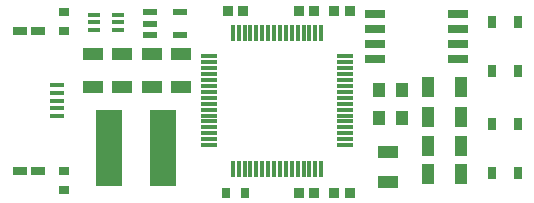
<source format=gtp>
G04 #@! TF.GenerationSoftware,KiCad,Pcbnew,5.1.5-52549c5~84~ubuntu18.04.1*
G04 #@! TF.CreationDate,2019-12-30T17:31:03-05:00*
G04 #@! TF.ProjectId,junebug,6a756e65-6275-4672-9e6b-696361645f70,rev?*
G04 #@! TF.SameCoordinates,Original*
G04 #@! TF.FileFunction,Paste,Top*
G04 #@! TF.FilePolarity,Positive*
%FSLAX46Y46*%
G04 Gerber Fmt 4.6, Leading zero omitted, Abs format (unit mm)*
G04 Created by KiCad (PCBNEW 5.1.5-52549c5~84~ubuntu18.04.1) date 2019-12-30 17:31:03*
%MOMM*%
%LPD*%
G04 APERTURE LIST*
%ADD10R,1.820000X1.130000*%
%ADD11R,2.300000X6.400000*%
%ADD12R,0.830000X0.940000*%
%ADD13R,0.990000X1.780000*%
%ADD14R,0.300000X1.475000*%
%ADD15R,1.475000X0.300000*%
%ADD16R,1.785000X0.650000*%
%ADD17R,1.200000X0.600000*%
%ADD18R,1.000000X0.400000*%
%ADD19R,1.300000X0.450000*%
%ADD20R,1.250000X0.750000*%
%ADD21R,0.950000X0.800000*%
%ADD22R,0.800000X0.950000*%
%ADD23R,0.650000X1.050000*%
%ADD24R,1.100000X1.300000*%
%ADD25R,1.800000X1.000000*%
G04 APERTURE END LIST*
D10*
X84400000Y-83510000D03*
X84400000Y-86290000D03*
X86900000Y-86290000D03*
X86900000Y-83510000D03*
X89400000Y-83510000D03*
X89400000Y-86290000D03*
X91900000Y-86290000D03*
X91900000Y-83510000D03*
D11*
X90350000Y-91450000D03*
X85750000Y-91450000D03*
D12*
X97160000Y-79800000D03*
X95840000Y-79800000D03*
X103160000Y-79800000D03*
X101840000Y-79800000D03*
X106160000Y-79800000D03*
X104840000Y-79800000D03*
X103160000Y-95200000D03*
X101840000Y-95200000D03*
X106160000Y-95200000D03*
X104840000Y-95200000D03*
D13*
X112800000Y-86300000D03*
X115600000Y-86300000D03*
X115600000Y-88800000D03*
X112800000Y-88800000D03*
X112800000Y-91300000D03*
X115600000Y-91300000D03*
X115600000Y-93600000D03*
X112800000Y-93600000D03*
D14*
X103750000Y-93168000D03*
X103250000Y-93168000D03*
X102750000Y-93168000D03*
X102250000Y-93168000D03*
X101750000Y-93168000D03*
X101250000Y-93168000D03*
X100750000Y-93168000D03*
X100250000Y-93168000D03*
X99750000Y-93168000D03*
X99250000Y-93168000D03*
X98750000Y-93168000D03*
X98250000Y-93168000D03*
X97750000Y-93168000D03*
X97250000Y-93168000D03*
X96750000Y-93168000D03*
X96250000Y-93168000D03*
D15*
X94262000Y-91180000D03*
X94262000Y-90680000D03*
X94262000Y-90180000D03*
X94262000Y-89680000D03*
X94262000Y-89180000D03*
X94262000Y-88680000D03*
X94262000Y-88180000D03*
X94262000Y-87680000D03*
X94262000Y-87180000D03*
X94262000Y-86680000D03*
X94262000Y-86180000D03*
X94262000Y-85680000D03*
X94262000Y-85180000D03*
X94262000Y-84680000D03*
X94262000Y-84180000D03*
X94262000Y-83680000D03*
D14*
X96250000Y-81692000D03*
X96750000Y-81692000D03*
X97250000Y-81692000D03*
X97750000Y-81692000D03*
X98250000Y-81692000D03*
X98750000Y-81692000D03*
X99250000Y-81692000D03*
X99750000Y-81692000D03*
X100250000Y-81692000D03*
X100750000Y-81692000D03*
X101250000Y-81692000D03*
X101750000Y-81692000D03*
X102250000Y-81692000D03*
X102750000Y-81692000D03*
X103250000Y-81692000D03*
X103750000Y-81692000D03*
D15*
X105738000Y-83680000D03*
X105738000Y-84180000D03*
X105738000Y-84680000D03*
X105738000Y-85180000D03*
X105738000Y-85680000D03*
X105738000Y-86180000D03*
X105738000Y-86680000D03*
X105738000Y-87180000D03*
X105738000Y-87680000D03*
X105738000Y-88180000D03*
X105738000Y-88680000D03*
X105738000Y-89180000D03*
X105738000Y-89680000D03*
X105738000Y-90180000D03*
X105738000Y-90680000D03*
X105738000Y-91180000D03*
D16*
X115332000Y-80095000D03*
X115332000Y-81365000D03*
X115332000Y-82635000D03*
X115332000Y-83905000D03*
X108268000Y-83905000D03*
X108268000Y-82635000D03*
X108268000Y-81365000D03*
X108268000Y-80095000D03*
D17*
X91750000Y-79950000D03*
X91750000Y-81850000D03*
X89250000Y-81850000D03*
X89250000Y-80900000D03*
X89250000Y-79950000D03*
D18*
X84500000Y-81450000D03*
X84500000Y-80800000D03*
X84500000Y-80150000D03*
X86500000Y-80150000D03*
X86500000Y-80800000D03*
X86500000Y-81450000D03*
D19*
X81400000Y-86130000D03*
X81400000Y-86780000D03*
X81400000Y-87430000D03*
X81400000Y-88080000D03*
X81400000Y-88730000D03*
D20*
X78250000Y-81500000D03*
X79750000Y-81500000D03*
X79750000Y-93360000D03*
X78250000Y-93360000D03*
D21*
X82000000Y-81500000D03*
X82000000Y-79900000D03*
X82000000Y-94960000D03*
X82000000Y-93360000D03*
D22*
X95700000Y-95200000D03*
X97300000Y-95200000D03*
D23*
X118225000Y-84875000D03*
X118225000Y-80725000D03*
X120375000Y-84875000D03*
X120375000Y-80725000D03*
X120375000Y-89425000D03*
X120375000Y-93575000D03*
X118225000Y-89425000D03*
X118225000Y-93575000D03*
D24*
X108650000Y-88850000D03*
X108650000Y-86550000D03*
X110550000Y-86550000D03*
X110550000Y-88850000D03*
D25*
X109400000Y-91725000D03*
X109400000Y-94275000D03*
M02*

</source>
